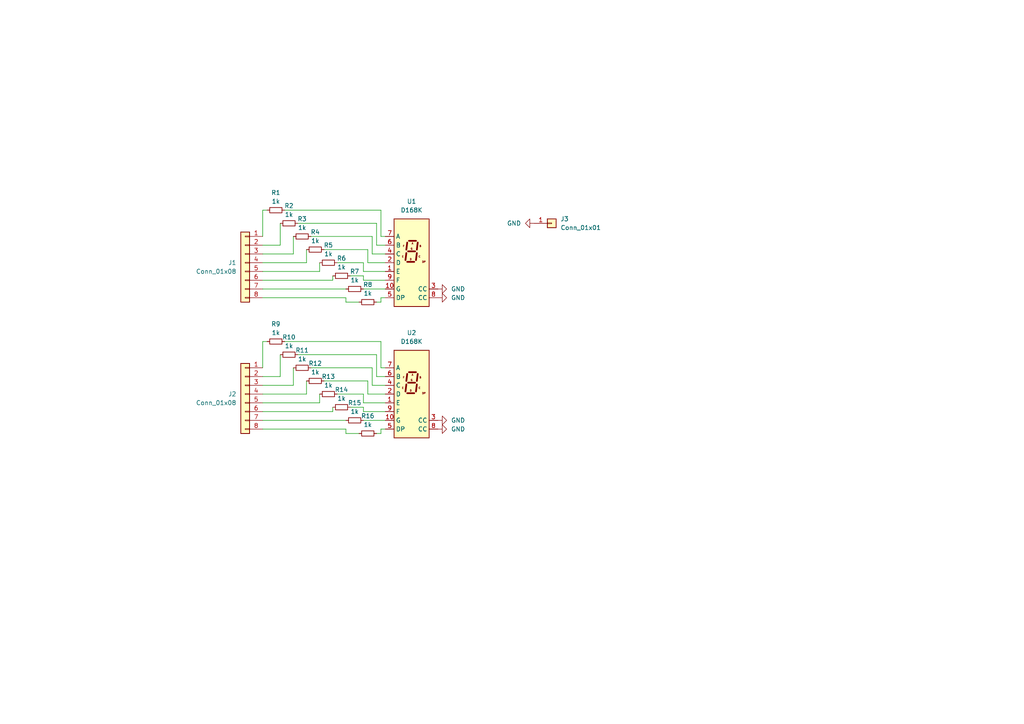
<source format=kicad_sch>
(kicad_sch (version 20230121) (generator eeschema)
  (paper "A4")
  (lib_symbols
    (symbol "Connector_Generic:Conn_01x01" (pin_names (offset 1.016) hide)
      (property "Reference" "J" (at 0 2.54 0))
      (property "Value" "Conn_01x01" (at 0 -2.54 0))
      (symbol "Conn_01x01_1_1"
        (rectangle (start -1.27 0.127) (end 0 -0.127) (stroke (width 0.1524)))
        (rectangle (start -1.27 1.27) (end 1.27 -1.27) (stroke (width 0.254)) (fill (type background)))
        (pin passive line (at -5.08 0 0) (length 3.81) (name "Pin_1") (number "1"))
      )
    )
    (symbol "Connector_Generic:Conn_01x08" (pin_names (offset 1.016) hide)
      (property "Reference" "J" (at 0 10.16 0))
      (property "Value" "Conn_01x08" (at 0 -12.7 0))
      (symbol "Conn_01x08_1_1"
        (rectangle (start -1.27 -10.033) (end 0 -10.287) (stroke (width 0.1524)))
        (rectangle (start -1.27 -7.493) (end 0 -7.747) (stroke (width 0.1524)))
        (rectangle (start -1.27 -4.953) (end 0 -5.207) (stroke (width 0.1524)))
        (rectangle (start -1.27 -2.413) (end 0 -2.667) (stroke (width 0.1524)))
        (rectangle (start -1.27 0.127) (end 0 -0.127) (stroke (width 0.1524)))
        (rectangle (start -1.27 2.667) (end 0 2.413) (stroke (width 0.1524)))
        (rectangle (start -1.27 5.207) (end 0 4.953) (stroke (width 0.1524)))
        (rectangle (start -1.27 7.747) (end 0 7.493) (stroke (width 0.1524)))
        (rectangle (start -1.27 8.89) (end 1.27 -11.43) (stroke (width 0.254)) (fill (type background)))
        (pin passive line (at -5.08 7.62 0) (length 3.81) (name "Pin_1") (number "1"))
        (pin passive line (at -5.08 5.08 0) (length 3.81) (name "Pin_2") (number "2"))
        (pin passive line (at -5.08 2.54 0) (length 3.81) (name "Pin_3") (number "3"))
        (pin passive line (at -5.08 0 0) (length 3.81) (name "Pin_4") (number "4"))
        (pin passive line (at -5.08 -2.54 0) (length 3.81) (name "Pin_5") (number "5"))
        (pin passive line (at -5.08 -5.08 0) (length 3.81) (name "Pin_6") (number "6"))
        (pin passive line (at -5.08 -7.62 0) (length 3.81) (name "Pin_7") (number "7"))
        (pin passive line (at -5.08 -10.16 0) (length 3.81) (name "Pin_8") (number "8"))
      )
    )
    (symbol "Device:R_Small" (pin_numbers hide) (pin_names (offset 0.254) hide)
      (property "Reference" "R" (at 0.762 0.508 0))
      (property "Value" "R_Small" (at 0.762 -1.016 0))
      (symbol "R_Small_0_1"
        (rectangle (start -0.762 1.778) (end 0.762 -1.778) (stroke (width 0.2032)))
      )
      (symbol "R_Small_1_1"
        (pin passive line (at 0 2.54 270) (length 0.762) (name "~") (number "1"))
        (pin passive line (at 0 -2.54 90) (length 0.762) (name "~") (number "2"))
      )
    )
    (symbol "Display_Character:D168K"
      (property "Reference" "U" (at -2.54 13.97 0))
      (property "Value" "D168K" (at 1.27 13.97 0))
      (symbol "D168K_0_0"
        (text "A" (at 0.254 5.588 0) (effects (font (size 0.508 0.508))))
        (text "B" (at 2.54 4.826 0) (effects (font (size 0.508 0.508))))
        (text "C" (at 2.286 1.778 0) (effects (font (size 0.508 0.508))))
        (text "D" (at -0.254 1.016 0) (effects (font (size 0.508 0.508))))
        (text "DP" (at 3.556 0.254 0) (effects (font (size 0.508 0.508))))
        (text "E" (at -2.54 1.778 0) (effects (font (size 0.508 0.508))))
        (text "F" (at -2.286 4.826 0) (effects (font (size 0.508 0.508))))
        (text "G" (at 0 4.064 0) (effects (font (size 0.508 0.508))))
      )
      (symbol "D168K_0_1"
        (rectangle (start -5.08 12.7) (end 5.08 -12.7) (stroke (width 0.254)) (fill (type background)))
        (polyline (pts (xy -1.524 2.794) (xy -1.778 0.762)) (stroke (width 0.508)))
        (polyline (pts (xy -1.27 0.254) (xy 0.762 0.254)) (stroke (width 0.508)))
        (polyline (pts (xy -1.27 5.842) (xy -1.524 3.81)) (stroke (width 0.508)))
        (polyline (pts (xy -1.016 3.302) (xy 1.016 3.302)) (stroke (width 0.508)))
        (polyline (pts (xy -0.762 6.35) (xy 1.27 6.35)) (stroke (width 0.508)))
        (polyline (pts (xy 1.524 2.794) (xy 1.27 0.762)) (stroke (width 0.508)))
        (polyline (pts (xy 1.778 5.842) (xy 1.524 3.81)) (stroke (width 0.508)))
        (polyline (pts (xy 2.54 0.254) (xy 2.54 0.254)) (stroke (width 0.508)))
      )
      (symbol "D168K_1_1"
        (pin input line (at -7.62 -2.54 0) (length 2.54) (name "E") (number "1"))
        (pin input line (at -7.62 -7.62 0) (length 2.54) (name "G") (number "10"))
        (pin input line (at -7.62 0 0) (length 2.54) (name "D") (number "2"))
        (pin input line (at 7.62 -7.62 180) (length 2.54) (name "CC") (number "3"))
        (pin input line (at -7.62 2.54 0) (length 2.54) (name "C") (number "4"))
        (pin input line (at -7.62 -10.16 0) (length 2.54) (name "DP") (number "5"))
        (pin input line (at -7.62 5.08 0) (length 2.54) (name "B") (number "6"))
        (pin input line (at -7.62 7.62 0) (length 2.54) (name "A") (number "7"))
        (pin input line (at 7.62 -10.16 180) (length 2.54) (name "CC") (number "8"))
        (pin input line (at -7.62 -5.08 0) (length 2.54) (name "F") (number "9"))
      )
    )
    (symbol "power:GND" (power) (pin_names (offset 0))
      (property "Value" "GND" (at 0 -3.81 0))
      (symbol "GND_0_1"
        (polyline (pts (xy 0 0) (xy 0 -1.27) (xy 1.27 -1.27) (xy 0 -2.54) (xy -1.27 -1.27) (xy 0 -1.27)))
      )
      (symbol "GND_1_1"
        (pin power_in line (at 0 0 270) (length 0) hide (name "GND") (number "1"))
      )
    )
  )
  (wire (pts (xy 105.41 119.38) (xy 105.41 118.11)))
  (wire (pts (xy 76.2 86.36) (xy 100.33 86.36)))
  (wire (pts (xy 85.09 68.58) (xy 85.09 73.66)))
  (wire (pts (xy 111.76 109.22) (xy 109.22 109.22)))
  (wire (pts (xy 111.76 81.28) (xy 105.41 81.28)))
  (wire (pts (xy 105.41 78.74) (xy 111.76 78.74)))
  (wire (pts (xy 105.41 76.2) (xy 105.41 78.74)))
  (wire (pts (xy 105.41 116.84) (xy 111.76 116.84)))
  (wire (pts (xy 109.22 87.63) (xy 110.49 87.63)))
  (wire (pts (xy 85.09 106.68) (xy 85.09 111.76)))
  (wire (pts (xy 105.41 80.01) (xy 101.6 80.01)))
  (wire (pts (xy 110.49 87.63) (xy 110.49 86.36)))
  (wire (pts (xy 111.76 119.38) (xy 105.41 119.38)))
  (wire (pts (xy 76.2 121.92) (xy 100.33 121.92)))
  (wire (pts (xy 85.09 73.66) (xy 76.2 73.66)))
  (wire (pts (xy 76.2 71.12) (xy 81.28 71.12)))
  (wire (pts (xy 82.55 99.06) (xy 110.49 99.06)))
  (wire (pts (xy 88.9 110.49) (xy 88.9 114.3)))
  (wire (pts (xy 111.76 114.3) (xy 106.68 114.3)))
  (wire (pts (xy 85.09 111.76) (xy 76.2 111.76)))
  (wire (pts (xy 92.71 78.74) (xy 76.2 78.74)))
  (wire (pts (xy 82.55 60.96) (xy 110.49 60.96)))
  (wire (pts (xy 76.2 99.06) (xy 76.2 106.68)))
  (wire (pts (xy 76.2 81.28) (xy 96.52 81.28)))
  (wire (pts (xy 110.49 124.46) (xy 111.76 124.46)))
  (wire (pts (xy 92.71 116.84) (xy 92.71 114.3)))
  (wire (pts (xy 110.49 106.68) (xy 111.76 106.68)))
  (wire (pts (xy 106.68 76.2) (xy 106.68 72.39)))
  (wire (pts (xy 109.22 64.77) (xy 86.36 64.77)))
  (wire (pts (xy 88.9 114.3) (xy 76.2 114.3)))
  (wire (pts (xy 97.79 114.3) (xy 105.41 114.3)))
  (wire (pts (xy 88.9 72.39) (xy 88.9 76.2)))
  (wire (pts (xy 111.76 76.2) (xy 106.68 76.2)))
  (wire (pts (xy 105.41 114.3) (xy 105.41 116.84)))
  (wire (pts (xy 90.17 106.68) (xy 107.95 106.68)))
  (wire (pts (xy 76.2 116.84) (xy 92.71 116.84)))
  (wire (pts (xy 110.49 86.36) (xy 111.76 86.36)))
  (wire (pts (xy 100.33 87.63) (xy 100.33 86.36)))
  (wire (pts (xy 111.76 111.76) (xy 107.95 111.76)))
  (wire (pts (xy 100.33 125.73) (xy 104.14 125.73)))
  (wire (pts (xy 81.28 71.12) (xy 81.28 64.77)))
  (wire (pts (xy 76.2 60.96) (xy 77.47 60.96)))
  (wire (pts (xy 81.28 102.87) (xy 81.28 109.22)))
  (wire (pts (xy 96.52 80.01) (xy 96.52 81.28)))
  (wire (pts (xy 111.76 71.12) (xy 109.22 71.12)))
  (wire (pts (xy 76.2 119.38) (xy 96.52 119.38)))
  (wire (pts (xy 90.17 68.58) (xy 107.95 68.58)))
  (wire (pts (xy 100.33 124.46) (xy 76.2 124.46)))
  (wire (pts (xy 77.47 99.06) (xy 76.2 99.06)))
  (wire (pts (xy 100.33 124.46) (xy 100.33 125.73)))
  (wire (pts (xy 110.49 60.96) (xy 110.49 68.58)))
  (wire (pts (xy 109.22 109.22) (xy 109.22 102.87)))
  (wire (pts (xy 109.22 71.12) (xy 109.22 64.77)))
  (wire (pts (xy 97.79 76.2) (xy 105.41 76.2)))
  (wire (pts (xy 104.14 87.63) (xy 100.33 87.63)))
  (wire (pts (xy 81.28 109.22) (xy 76.2 109.22)))
  (wire (pts (xy 107.95 111.76) (xy 107.95 106.68)))
  (wire (pts (xy 105.41 118.11) (xy 101.6 118.11)))
  (wire (pts (xy 106.68 72.39) (xy 93.98 72.39)))
  (wire (pts (xy 111.76 73.66) (xy 107.95 73.66)))
  (wire (pts (xy 106.68 110.49) (xy 93.98 110.49)))
  (wire (pts (xy 92.71 76.2) (xy 92.71 78.74)))
  (wire (pts (xy 110.49 125.73) (xy 110.49 124.46)))
  (wire (pts (xy 105.41 83.82) (xy 111.76 83.82)))
  (wire (pts (xy 76.2 83.82) (xy 100.33 83.82)))
  (wire (pts (xy 107.95 73.66) (xy 107.95 68.58)))
  (wire (pts (xy 109.22 102.87) (xy 86.36 102.87)))
  (wire (pts (xy 105.41 121.92) (xy 111.76 121.92)))
  (wire (pts (xy 96.52 119.38) (xy 96.52 118.11)))
  (wire (pts (xy 88.9 76.2) (xy 76.2 76.2)))
  (wire (pts (xy 105.41 81.28) (xy 105.41 80.01)))
  (wire (pts (xy 110.49 68.58) (xy 111.76 68.58)))
  (wire (pts (xy 106.68 114.3) (xy 106.68 110.49)))
  (wire (pts (xy 76.2 60.96) (xy 76.2 68.58)))
  (wire (pts (xy 109.22 125.73) (xy 110.49 125.73)))
  (wire (pts (xy 110.49 99.06) (xy 110.49 106.68)))
  (symbol (lib_id "Device:R_Small") (at 91.44 72.39 270) (unit 1)
    (property "Reference" "R4" (at 91.44 67.31 90))
    (property "Value" "1k" (at 91.44 69.85 90))
    (property "Footprint" "Resistor_THT:R_Axial_DIN0204_L3.6mm_D1.6mm_P2.54mm_Vertical" (effects hide))
  )
  (symbol (lib_id "Connector_Generic:Conn_01x08") (at 71.12 76.2 0) (mirror y) (unit 1)
    (property "Reference" "J1" (at 68.58 76.2 0) (effects (justify left)))
    (property "Value" "Conn_01x08" (at 68.58 78.74 0) (effects (justify left)))
    (property "Footprint" "Connector_PinHeader_2.54mm:PinHeader_1x08_P2.54mm_Vertical" (effects hide))
  )
  (symbol (lib_id "Device:R_Small") (at 102.87 121.92 270) (unit 1)
    (property "Reference" "R15" (at 102.87 116.84 90))
    (property "Value" "1k" (at 102.87 119.38 90))
    (property "Footprint" "Resistor_THT:R_Axial_DIN0204_L3.6mm_D1.6mm_P2.54mm_Vertical" (effects hide))
  )
  (symbol (lib_id "Device:R_Small") (at 80.01 60.96 270) (unit 1)
    (property "Reference" "R1" (at 80.01 55.88 90))
    (property "Value" "1k" (at 80.01 58.42 90))
    (property "Footprint" "Resistor_THT:R_Axial_DIN0204_L3.6mm_D1.6mm_P2.54mm_Vertical" (effects hide))
  )
  (symbol (lib_id "Connector_Generic:Conn_01x08") (at 71.12 114.3 0) (mirror y) (unit 1)
    (property "Reference" "J2" (at 68.58 114.3 0) (effects (justify left)))
    (property "Value" "Conn_01x08" (at 68.58 116.84 0) (effects (justify left)))
    (property "Footprint" "Connector_PinHeader_2.54mm:PinHeader_1x08_P2.54mm_Vertical" (effects hide))
  )
  (symbol (lib_id "Device:R_Small") (at 106.68 87.63 270) (unit 1)
    (property "Reference" "R8" (at 106.68 82.55 90))
    (property "Value" "1k" (at 106.68 85.09 90))
    (property "Footprint" "Resistor_THT:R_Axial_DIN0204_L3.6mm_D1.6mm_P2.54mm_Vertical" (effects hide))
  )
  (symbol (lib_id "power:GND") (at 154.94 64.77 270) (mirror x) (unit 1)
    (property "Reference" "#PWR05" (effects hide))
    (property "Value" "GND" (at 151.13 64.77 90) (effects (justify right)))
  )
  (symbol (lib_id "Device:R_Small") (at 99.06 80.01 270) (unit 1)
    (property "Reference" "R6" (at 99.06 74.93 90))
    (property "Value" "1k" (at 99.06 77.47 90))
    (property "Footprint" "Resistor_THT:R_Axial_DIN0204_L3.6mm_D1.6mm_P2.54mm_Vertical" (effects hide))
  )
  (symbol (lib_id "power:GND") (at 127 86.36 90) (unit 1)
    (property "Reference" "#PWR04" (effects hide))
    (property "Value" "GND" (at 130.81 86.36 90) (effects (justify right)))
  )
  (symbol (lib_id "power:GND") (at 127 83.82 90) (unit 1)
    (property "Reference" "#PWR03" (effects hide))
    (property "Value" "GND" (at 130.81 83.82 90) (effects (justify right)))
  )
  (symbol (lib_id "Device:R_Small") (at 91.44 110.49 270) (unit 1)
    (property "Reference" "R12" (at 91.44 105.41 90))
    (property "Value" "1k" (at 91.44 107.95 90))
    (property "Footprint" "Resistor_THT:R_Axial_DIN0204_L3.6mm_D1.6mm_P2.54mm_Vertical" (effects hide))
  )
  (symbol (lib_id "Display_Character:D168K") (at 119.38 114.3 0) (unit 1)
    (property "Reference" "U2" (at 119.38 96.52 0))
    (property "Value" "D168K" (at 119.38 99.06 0))
    (property "Footprint" "Display_7Segment:D1X8K" (effects hide))
    (property "Datasheet" "https://ia800903.us.archive.org/24/items/CTKD1x8K/Cromatek%20D168K.pdf" (effects hide))
  )
  (symbol (lib_id "Device:R_Small") (at 87.63 68.58 270) (unit 1)
    (property "Reference" "R3" (at 87.63 63.5 90))
    (property "Value" "1k" (at 87.63 66.04 90))
    (property "Footprint" "Resistor_THT:R_Axial_DIN0204_L3.6mm_D1.6mm_P2.54mm_Vertical" (effects hide))
  )
  (symbol (lib_id "Device:R_Small") (at 83.82 64.77 270) (unit 1)
    (property "Reference" "R2" (at 83.82 59.69 90))
    (property "Value" "1k" (at 83.82 62.23 90))
    (property "Footprint" "Resistor_THT:R_Axial_DIN0204_L3.6mm_D1.6mm_P2.54mm_Vertical" (effects hide))
  )
  (symbol (lib_id "Device:R_Small") (at 99.06 118.11 270) (unit 1)
    (property "Reference" "R14" (at 99.06 113.03 90))
    (property "Value" "1k" (at 99.06 115.57 90))
    (property "Footprint" "Resistor_THT:R_Axial_DIN0204_L3.6mm_D1.6mm_P2.54mm_Vertical" (effects hide))
  )
  (symbol (lib_id "Device:R_Small") (at 87.63 106.68 270) (unit 1)
    (property "Reference" "R11" (at 87.63 101.6 90))
    (property "Value" "1k" (at 87.63 104.14 90))
    (property "Footprint" "Resistor_THT:R_Axial_DIN0204_L3.6mm_D1.6mm_P2.54mm_Vertical" (effects hide))
  )
  (symbol (lib_id "Device:R_Small") (at 106.68 125.73 270) (unit 1)
    (property "Reference" "R16" (at 106.68 120.65 90))
    (property "Value" "1k" (at 106.68 123.19 90))
    (property "Footprint" "Resistor_THT:R_Axial_DIN0204_L3.6mm_D1.6mm_P2.54mm_Vertical" (effects hide))
  )
  (symbol (lib_id "Display_Character:D168K") (at 119.38 76.2 0) (unit 1)
    (property "Reference" "U1" (at 119.38 58.42 0))
    (property "Value" "D168K" (at 119.38 60.96 0))
    (property "Footprint" "Display_7Segment:D1X8K" (effects hide))
    (property "Datasheet" "https://ia800903.us.archive.org/24/items/CTKD1x8K/Cromatek%20D168K.pdf" (effects hide))
  )
  (symbol (lib_id "Device:R_Small") (at 102.87 83.82 270) (unit 1)
    (property "Reference" "R7" (at 102.87 78.74 90))
    (property "Value" "1k" (at 102.87 81.28 90))
    (property "Footprint" "Resistor_THT:R_Axial_DIN0204_L3.6mm_D1.6mm_P2.54mm_Vertical" (effects hide))
  )
  (symbol (lib_id "power:GND") (at 127 121.92 90) (unit 1)
    (property "Reference" "#PWR02" (effects hide))
    (property "Value" "GND" (at 130.81 121.92 90) (effects (justify right)))
  )
  (symbol (lib_id "Device:R_Small") (at 83.82 102.87 270) (unit 1)
    (property "Reference" "R10" (at 83.82 97.79 90))
    (property "Value" "1k" (at 83.82 100.33 90))
    (property "Footprint" "Resistor_THT:R_Axial_DIN0204_L3.6mm_D1.6mm_P2.54mm_Vertical" (effects hide))
  )
  (symbol (lib_id "Connector_Generic:Conn_01x01") (at 160.02 64.77 0) (unit 1)
    (property "Reference" "J3" (at 162.56 63.5 0) (effects (justify left)))
    (property "Value" "Conn_01x01" (at 162.56 66.04 0) (effects (justify left)))
    (property "Footprint" "Connector_PinHeader_2.54mm:PinHeader_1x01_P2.54mm_Vertical" (effects hide))
  )
  (symbol (lib_id "Device:R_Small") (at 95.25 76.2 270) (unit 1)
    (property "Reference" "R5" (at 95.25 71.12 90))
    (property "Value" "1k" (at 95.25 73.66 90))
    (property "Footprint" "Resistor_THT:R_Axial_DIN0204_L3.6mm_D1.6mm_P2.54mm_Vertical" (effects hide))
  )
  (symbol (lib_id "Device:R_Small") (at 80.01 99.06 270) (unit 1)
    (property "Reference" "R9" (at 80.01 93.98 90))
    (property "Value" "1k" (at 80.01 96.52 90))
    (property "Footprint" "Resistor_THT:R_Axial_DIN0204_L3.6mm_D1.6mm_P2.54mm_Vertical" (effects hide))
  )
  (symbol (lib_id "power:GND") (at 127 124.46 90) (unit 1)
    (property "Reference" "#PWR01" (effects hide))
    (property "Value" "GND" (at 130.81 124.46 90) (effects (justify right)))
  )
  (symbol (lib_id "Device:R_Small") (at 95.25 114.3 270) (unit 1)
    (property "Reference" "R13" (at 95.25 109.22 90))
    (property "Value" "1k" (at 95.25 111.76 90))
    (property "Footprint" "Resistor_THT:R_Axial_DIN0204_L3.6mm_D1.6mm_P2.54mm_Vertical" (effects hide))
  )
)
</source>
